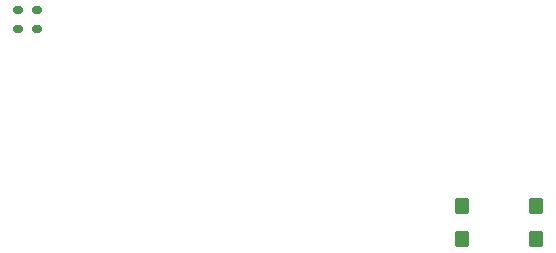
<source format=gbs>
%TF.GenerationSoftware,KiCad,Pcbnew,9.0.3*%
%TF.CreationDate,2025-08-10T01:48:50+03:00*%
%TF.ProjectId,Right,52696768-742e-46b6-9963-61645f706362,rev?*%
%TF.SameCoordinates,Original*%
%TF.FileFunction,Soldermask,Bot*%
%TF.FilePolarity,Negative*%
%FSLAX46Y46*%
G04 Gerber Fmt 4.6, Leading zero omitted, Abs format (unit mm)*
G04 Created by KiCad (PCBNEW 9.0.3) date 2025-08-10 01:48:50*
%MOMM*%
%LPD*%
G01*
G04 APERTURE LIST*
G04 Aperture macros list*
%AMRoundRect*
0 Rectangle with rounded corners*
0 $1 Rounding radius*
0 $2 $3 $4 $5 $6 $7 $8 $9 X,Y pos of 4 corners*
0 Add a 4 corners polygon primitive as box body*
4,1,4,$2,$3,$4,$5,$6,$7,$8,$9,$2,$3,0*
0 Add four circle primitives for the rounded corners*
1,1,$1+$1,$2,$3*
1,1,$1+$1,$4,$5*
1,1,$1+$1,$6,$7*
1,1,$1+$1,$8,$9*
0 Add four rect primitives between the rounded corners*
20,1,$1+$1,$2,$3,$4,$5,0*
20,1,$1+$1,$4,$5,$6,$7,0*
20,1,$1+$1,$6,$7,$8,$9,0*
20,1,$1+$1,$8,$9,$2,$3,0*%
G04 Aperture macros list end*
%ADD10RoundRect,0.120000X0.480000X0.580000X-0.480000X0.580000X-0.480000X-0.580000X0.480000X-0.580000X0*%
%ADD11RoundRect,0.150000X-0.250000X0.150000X-0.250000X-0.150000X0.250000X-0.150000X0.250000X0.150000X0*%
G04 APERTURE END LIST*
D10*
%TO.C,SW2*%
X142110000Y-122040000D03*
X142110000Y-119280000D03*
X148340000Y-122050000D03*
X148340000Y-119260000D03*
%TD*%
D11*
%TO.C,D2*%
X106120000Y-102670000D03*
X106120000Y-104270000D03*
%TD*%
%TO.C,D1*%
X104510000Y-102690000D03*
X104510000Y-104290000D03*
%TD*%
M02*

</source>
